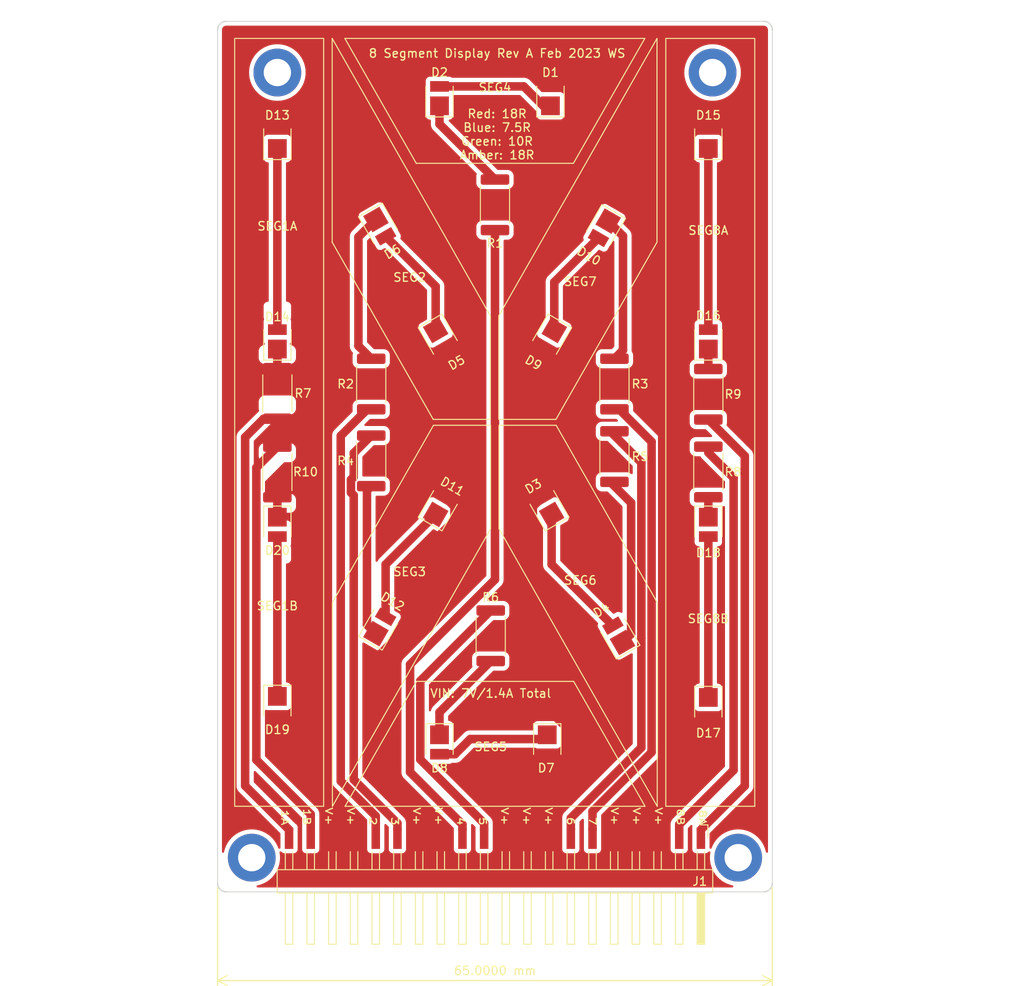
<source format=kicad_pcb>
(kicad_pcb (version 20211014) (generator pcbnew)
  (layers (0 "F.Cu" signal) (31 "B.Cu" signal) (34 "B.Paste" user) (35 "F.Paste" user) (36 "B.SilkS" user "B.Silkscreen") (37 "F.SilkS" user "F.Silkscreen") (38 "B.Mask" user) (39 "F.Mask" user) (44 "Edge.Cuts" user))
  (property "AUTHOR" "Winnie Szeto")
  (property "PROJECT_REVISION" "A01")
  (property "PROJECT_TITLE" "WS Template Project")
  (net 0 "")
  (net 1 "Net-(D1-Pad1)")
  (net 2 "VCC")
  (net 3 "Net-(D3-Pad1)")
  (net 4 "/SEGMENT_5")
  (net 5 "/SEGMENT_2")
  (net 6 "/SEGMENT_6")
  (net 7 "/SEGMENT_3")
  (net 8 "Net-(D11-Pad1)")
  (net 9 "/SEGMENT_7")
  (net 10 "/SEGMENT_8A")
  (net 11 "Net-(D17-Pad1)")
  (net 12 "/SEGMENT_8B")
  (net 13 "/SEGMENT_1A")
  (net 14 "/SEGMENT_1B")
  (net 15 "Net-(D5-Pad1)")
  (net 16 "Net-(D7-Pad1)")
  (net 17 "Net-(D10-Pad2)")
  (net 18 "Net-(D13-Pad1)")
  (net 19 "Net-(D15-Pad1)")
  (net 20 "Net-(D19-Pad1)")
  (net 21 "Net-(J1-Pad1)")
  (net 22 "Net-(J1-Pad16)")
  (net 23 "Net-(J1-Pad12)")
  (net 24 "Net-(J1-Pad15)")
  (net 25 "Net-(J1-Pad11)")
  (net 26 "Net-(J1-Pad2)")
  (net 27 "Net-(J1-Pad19)")
  (net 28 "Net-(J1-Pad6)")
  (net 29 "Net-(J1-Pad7)")
  (net 30 "Net-(J1-Pad20)")
  (net 31 "/SEGMENT_4")
  (footprint "LED_SMD:LED_PLCC_2835" (layer "F.Cu") (at 131.5 96.5 90)
    (fp_text reference "D16" (at 3 0 180) (layer "F.SilkS"))
    (fp_text value "LED")
    (fp_line (start 1.4 1.6) (end -2.2 1.6) (layer "F.SilkS") (width 0.12))
    (fp_line (start -2.2 -1.6) (end -2.2 1.6) (layer "F.SilkS") (width 0.12))
    (fp_line (start 1.4 -1.6) (end -2.2 -1.6) (layer "F.SilkS") (width 0.12))
    (pad "1" smd rect (at -0.9 0 90) (size 2.2 2.2) (layers "F.Cu" "F.Paste" "F.Mask") (net 10 "/SEGMENT_8A"))
    (pad "2" smd rect (at 1.375 0 90) (size 1.25 2.2) (layers "F.Cu" "F.Paste" "F.Mask") (net 19 "Net-(D15-Pad1)"))
  )
  (footprint "LED_SMD:LED_PLCC_2835" (layer "F.Cu") (at 131.5 73 90)
    (fp_text reference "D15" (at 3 0 180) (layer "F.SilkS"))
    (fp_text value "LED")
    (fp_line (start 1.4 -1.6) (end -2.2 -1.6) (layer "F.SilkS") (width 0.12))
    (fp_line (start 1.4 1.6) (end -2.2 1.6) (layer "F.SilkS") (width 0.12))
    (fp_line (start -2.2 -1.6) (end -2.2 1.6) (layer "F.SilkS") (width 0.12))
    (pad "1" smd rect (at -0.9 0 90) (size 2.2 2.2) (layers "F.Cu" "F.Paste" "F.Mask") (net 19 "Net-(D15-Pad1)"))
    (pad "2" smd rect (at 1.375 0 90) (size 1.25 2.2) (layers "F.Cu" "F.Paste" "F.Mask") (net 2 "VCC"))
  )
  (footprint "LED_SMD:LED_PLCC_2835" (layer "F.Cu") (at 131.5 139.125 -90)
    (fp_text reference "D17" (at 3.275 0 180) (layer "F.SilkS"))
    (fp_text value "LED")
    (fp_line (start 1.4 1.6) (end -2.2 1.6) (layer "F.SilkS") (width 0.12))
    (fp_line (start -2.2 -1.6) (end -2.2 1.6) (layer "F.SilkS") (width 0.12))
    (fp_line (start 1.4 -1.6) (end -2.2 -1.6) (layer "F.SilkS") (width 0.12))
    (pad "1" smd rect (at -0.9 0 270) (size 2.2 2.2) (layers "F.Cu" "F.Paste" "F.Mask") (net 11 "Net-(D17-Pad1)"))
    (pad "2" smd rect (at 1.375 0 270) (size 1.25 2.2) (layers "F.Cu" "F.Paste" "F.Mask") (net 2 "VCC"))
  )
  (footprint "LED_SMD:LED_PLCC_2835" (layer "F.Cu") (at 112.6875 116 120)
    (fp_text reference "D3" (at 3.008814 -0.211418 30 unlocked) (layer "F.SilkS"))
    (fp_text value "LED")
    (fp_line (start 1.4 1.6) (end -2.2 1.6) (layer "F.SilkS") (width 0.12))
    (fp_line (start 1.4 -1.6) (end -2.2 -1.6) (layer "F.SilkS") (width 0.12))
    (fp_line (start -2.2 -1.6) (end -2.2 1.6) (layer "F.SilkS") (width 0.12))
    (pad "1" smd rect (at -0.9 0 120) (size 2.2 2.2) (layers "F.Cu" "F.Paste" "F.Mask") (net 3 "Net-(D3-Pad1)"))
    (pad "2" smd rect (at 1.375 0 120) (size 1.25 2.2) (layers "F.Cu" "F.Paste" "F.Mask") (net 2 "VCC"))
  )
  (footprint "Resistor_SMD:R_2512_6332Metric" (layer "F.Cu") (at 92 110.5 -90)
    (fp_text reference "R4" (at 0 3 180) (layer "F.SilkS"))
    (fp_text value "Rs")
    (fp_line (start -2.177064 1.71) (end 2.177064 1.71) (layer "F.SilkS") (width 0.12))
    (fp_line (start -2.177064 -1.71) (end 2.177064 -1.71) (layer "F.SilkS") (width 0.12))
    (pad "1" smd roundrect (at -2.9625 0 270) (size 1.225 3.35) (layers "F.Cu" "F.Paste" "F.Mask") (roundrect_rratio 0.2040816327) (net 24 "Net-(J1-Pad15)"))
    (pad "2" smd roundrect (at 2.9625 0 270) (size 1.225 3.35) (layers "F.Cu" "F.Paste" "F.Mask") (roundrect_rratio 0.2040816327) (net 7 "/SEGMENT_3"))
  )
  (footprint "LED_SMD:LED_PLCC_2835" (layer "F.Cu") (at 93 83 -60)
    (fp_text reference "D6" (at 3.348076 0.200962 30 unlocked) (layer "F.SilkS"))
    (fp_text value "LED")
    (fp_line (start -2.2 -1.6) (end -2.2 1.6) (layer "F.SilkS") (width 0.12))
    (fp_line (start 1.4 -1.6) (end -2.2 -1.6) (layer "F.SilkS") (width 0.12))
    (fp_line (start 1.4 1.6) (end -2.2 1.6) (layer "F.SilkS") (width 0.12))
    (pad "1" smd rect (at -0.9 0 300) (size 2.2 2.2) (layers "F.Cu" "F.Paste" "F.Mask") (net 5 "/SEGMENT_2"))
    (pad "2" smd rect (at 1.375 0 300) (size 1.25 2.2) (layers "F.Cu" "F.Paste" "F.Mask") (net 15 "Net-(D5-Pad1)"))
  )
  (footprint "Resistor_SMD:R_2512_6332Metric" (layer "F.Cu") (at 106 131 -90)
    (fp_text reference "R6" (at -4.5 0 180) (layer "F.SilkS"))
    (fp_text value "Rs")
    (fp_line (start -2.177064 -1.71) (end 2.177064 -1.71) (layer "F.SilkS") (width 0.12))
    (fp_line (start -2.177064 1.71) (end 2.177064 1.71) (layer "F.SilkS") (width 0.12))
    (pad "1" smd roundrect (at -2.9625 0 270) (size 1.225 3.35) (layers "F.Cu" "F.Paste" "F.Mask") (roundrect_rratio 0.2040816327) (net 25 "Net-(J1-Pad11)"))
    (pad "2" smd roundrect (at 2.9625 0 270) (size 1.225 3.35) (layers "F.Cu" "F.Paste" "F.Mask") (roundrect_rratio 0.2040816327) (net 4 "/SEGMENT_5"))
  )
  (footprint "Resistor_SMD:R_2512_6332Metric" (layer "F.Cu") (at 131.5 102.7 90)
    (fp_text reference "R9" (at 0 2.9 180) (layer "F.SilkS"))
    (fp_text value "Rs")
    (fp_line (start -2.177064 1.71) (end 2.177064 1.71) (layer "F.SilkS") (width 0.12))
    (fp_line (start -2.177064 -1.71) (end 2.177064 -1.71) (layer "F.SilkS") (width 0.12))
    (pad "1" smd roundrect (at -2.9625 0 90) (size 1.225 3.35) (layers "F.Cu" "F.Paste" "F.Mask") (roundrect_rratio 0.2040816327) (net 21 "Net-(J1-Pad1)"))
    (pad "2" smd roundrect (at 2.9625 0 90) (size 1.225 3.35) (layers "F.Cu" "F.Paste" "F.Mask") (roundrect_rratio 0.2040816327) (net 10 "/SEGMENT_8A"))
  )
  (footprint "LED_SMD:LED_PLCC_2835" (layer "F.Cu") (at 119.3125 83.190785 -120)
    (fp_text reference "D10" (at 3.772114 -0.084936 -30 unlocked) (layer "F.SilkS"))
    (fp_text value "LED")
    (fp_line (start -2.2 -1.6) (end -2.2 1.6) (layer "F.SilkS") (width 0.12))
    (fp_line (start 1.4 -1.6) (end -2.2 -1.6) (layer "F.SilkS") (width 0.12))
    (fp_line (start 1.4 1.6) (end -2.2 1.6) (layer "F.SilkS") (width 0.12))
    (pad "1" smd rect (at -0.9 0 240) (size 2.2 2.2) (layers "F.Cu" "F.Paste" "F.Mask") (net 9 "/SEGMENT_7"))
    (pad "2" smd rect (at 1.375 0 240) (size 1.25 2.2) (layers "F.Cu" "F.Paste" "F.Mask") (net 17 "Net-(D10-Pad2)"))
  )
  (footprint "Resistor_SMD:R_2512_6332Metric" (layer "F.Cu") (at 92 101.5 90)
    (fp_text reference "R2" (at 0 -3) (layer "F.SilkS"))
    (fp_text value "Rs")
    (fp_line (start -2.177064 -1.71) (end 2.177064 -1.71) (layer "F.SilkS") (width 0.12))
    (fp_line (start -2.177064 1.71) (end 2.177064 1.71) (layer "F.SilkS") (width 0.12))
    (pad "1" smd roundrect (at -2.9625 0 90) (size 1.225 3.35) (layers "F.Cu" "F.Paste" "F.Mask") (roundrect_rratio 0.2040816327) (net 22 "Net-(J1-Pad16)"))
    (pad "2" smd roundrect (at 2.9625 0 90) (size 1.225 3.35) (layers "F.Cu" "F.Paste" "F.Mask") (roundrect_rratio 0.2040816327) (net 5 "/SEGMENT_2"))
  )
  (footprint "LED_SMD:LED_PLCC_2835" (layer "F.Cu") (at 81 96.5 90)
    (fp_text reference "D14" (at 2.875 0 180) (layer "F.SilkS"))
    (fp_text value "LED")
    (fp_line (start 1.4 1.6) (end -2.2 1.6) (layer "F.SilkS") (width 0.12))
    (fp_line (start 1.4 -1.6) (end -2.2 -1.6) (layer "F.SilkS") (width 0.12))
    (fp_line (start -2.2 -1.6) (end -2.2 1.6) (layer "F.SilkS") (width 0.12))
    (pad "1" smd rect (at -0.9 0 90) (size 2.2 2.2) (layers "F.Cu" "F.Paste" "F.Mask") (net 13 "/SEGMENT_1A"))
    (pad "2" smd rect (at 1.375 0 90) (size 1.25 2.2) (layers "F.Cu" "F.Paste" "F.Mask") (net 18 "Net-(D13-Pad1)"))
  )
  (footprint "Resistor_SMD:R_2512_6332Metric" (layer "F.Cu") (at 131.5 111.8 -90)
    (fp_text reference "R8" (at 0 -2.9 180) (layer "F.SilkS"))
    (fp_text value "Rs")
    (fp_line (start -2.177064 1.71) (end 2.177064 1.71) (layer "F.SilkS") (width 0.12))
    (fp_line (start -2.177064 -1.71) (end 2.177064 -1.71) (layer "F.SilkS") (width 0.12))
    (pad "1" smd roundrect (at -2.9625 0 270) (size 1.225 3.35) (layers "F.Cu" "F.Paste" "F.Mask") (roundrect_rratio 0.2040816327) (net 26 "Net-(J1-Pad2)"))
    (pad "2" smd roundrect (at 2.9625 0 270) (size 1.225 3.35) (layers "F.Cu" "F.Paste" "F.Mask") (roundrect_rratio 0.2040816327) (net 12 "/SEGMENT_8B"))
  )
  (footprint "LED_SMD:LED_PLCC_2835" (layer "F.Cu") (at 112.625 143.5 -90)
    (fp_text reference "D7" (at 3 0.125 180) (layer "F.SilkS"))
    (fp_text value "LED")
    (fp_line (start 1.4 1.6) (end -2.2 1.6) (layer "F.SilkS") (width 0.12))
    (fp_line (start 1.4 -1.6) (end -2.2 -1.6) (layer "F.SilkS") (width 0.12))
    (fp_line (start -2.2 -1.6) (end -2.2 1.6) (layer "F.SilkS") (width 0.12))
    (pad "1" smd rect (at -0.9 0 270) (size 2.2 2.2) (layers "F.Cu" "F.Paste" "F.Mask") (net 16 "Net-(D7-Pad1)"))
    (pad "2" smd rect (at 1.375 0 270) (size 1.25 2.2) (layers "F.Cu" "F.Paste" "F.Mask") (net 2 "VCC"))
  )
  (footprint "LED_SMD:LED_PLCC_2835" (layer "F.Cu") (at 100 68 90)
    (fp_text reference "D2" (at 3 0 180) (layer "F.SilkS"))
    (fp_text value "LED")
    (fp_line (start -2.2 -1.6) (end -2.2 1.6) (layer "F.SilkS") (width 0.12))
    (fp_line (start 1.4 -1.6) (end -2.2 -1.6) (layer "F.SilkS") (width 0.12))
    (fp_line (start 1.4 1.6) (end -2.2 1.6) (layer "F.SilkS") (width 0.12))
    (pad "1" smd rect (at -0.9 0 90) (size 2.2 2.2) (layers "F.Cu" "F.Paste" "F.Mask") (net 31 "/SEGMENT_4"))
    (pad "2" smd rect (at 1.375 0 90) (size 1.25 2.2) (layers "F.Cu" "F.Paste" "F.Mask") (net 1 "Net-(D1-Pad1)"))
  )
  (footprint "LED_SMD:LED_PLCC_2835" (layer "F.Cu") (at 113 68 90)
    (fp_text reference "D1" (at 3 0 180) (layer "F.SilkS"))
    (fp_text value "LED")
    (fp_line (start -2.2 -1.6) (end -2.2 1.6) (layer "F.SilkS") (width 0.12))
    (fp_line (start 1.4 1.6) (end -2.2 1.6) (layer "F.SilkS") (width 0.12))
    (fp_line (start 1.4 -1.6) (end -2.2 -1.6) (layer "F.SilkS") (width 0.12))
    (pad "1" smd rect (at -0.9 0 90) (size 2.2 2.2) (layers "F.Cu" "F.Paste" "F.Mask") (net 1 "Net-(D1-Pad1)"))
    (pad "2" smd rect (at 1.375 0 90) (size 1.25 2.2) (layers "F.Cu" "F.Paste" "F.Mask") (net 2 "VCC"))
  )
  (footprint "LED_SMD:LED_PLCC_2835" (layer "F.Cu") (at 100 143.5 -90)
    (fp_text reference "D8" (at 3 0 180) (layer "F.SilkS"))
    (fp_text value "LED")
    (fp_line (start -2.2 -1.6) (end -2.2 1.6) (layer "F.SilkS") (width 0.12))
    (fp_line (start 1.4 -1.6) (end -2.2 -1.6) (layer "F.SilkS") (width 0.12))
    (fp_line (start 1.4 1.6) (end -2.2 1.6) (layer "F.SilkS") (width 0.12))
    (pad "1" smd rect (at -0.9 0 270) (size 2.2 2.2) (layers "F.Cu" "F.Paste" "F.Mask") (net 4 "/SEGMENT_5"))
    (pad "2" smd rect (at 1.375 0 270) (size 1.25 2.2) (layers "F.Cu" "F.Paste" "F.Mask") (net 16 "Net-(D7-Pad1)"))
  )
  (footprint "Connector_Harwin:Harwin_M20-89020xx_1x20_P2.54mm_Horizontal" (layer "F.Cu") (at 106.5 160.25 -90)
    (fp_text reference "J1" (at -0.475 -24) (layer "F.SilkS"))
    (fp_text value "Conn_01x20_Male")
    (fp_line (start -3.955 24.57) (end -1.845 24.57) (layer "F.SilkS") (width 0.12))
    (fp_line (start 0.895 25.52) (end -1.845 25.52) (layer "F.SilkS") (width 0.12))
    (fp_line (start 0.895 21.15) (end 6.895 21.15) (layer "F.SilkS") (width 0.12))
    (fp_line (start -3.955 -24.57) (end -1.845 -24.57) (layer "F.SilkS") (width 0.12))
    (fp_line (start -3.955 1.71) (end -1.845 1.71) (layer "F.SilkS") (width 0.12))
    (fp_line (start -3.955 -18.61) (end -1.845 -18.61) (layer "F.SilkS") (width 0.12))
    (fp_line (start 6.895 6.79) (end 0.895 6.79) (layer "F.SilkS") (width 0.12))
    (fp_line (start 6.895 9.33) (end 0.895 9.33) (layer "F.SilkS") (width 0.12))
    (fp_line (start 0.895 23.69) (end 6.895 23.69) (layer "F.SilkS") (width 0.12))
    (fp_line (start 6.895 -3.37) (end 0.895 -3.37) (layer "F.SilkS") (width 0.12))
    (fp_line (start -3.955 -19.49) (end -1.845 -19.49) (layer "F.SilkS") (width 0.12))
    (fp_line (start 6.895 -10.99) (end 0.895 -10.99) (layer "F.SilkS") (width 0.12))
    (fp_line (start 6.895 4.25) (end 0.895 4.25) (layer "F.SilkS") (width 0.12))
    (fp_line (start -3.955 -8.45) (end -1.845 -8.45) (layer "F.SilkS") (width 0.12))
    (fp_line (start 6.895 -16.07) (end 0.895 -16.07) (layer "F.SilkS") (width 0.12))
    (fp_line (start 0.895 -6.79) (end 6.895 -6.79) (layer "F.SilkS") (width 0.12))
    (fp_line (start 6.895 10.99) (end 6.895 11.87) (layer "F.SilkS") (width 0.12))
    (fp_line (start 6.895 -4.25) (end 6.895 -3.37) (layer "F.SilkS") (width 0.12))
    (fp_line (start 0.895 -16.95) (end 6.895 -16.95) (layer "F.SilkS") (width 0.12))
    (fp_line (start 0.895 -9.33) (end 6.895 -9.33) (layer "F.SilkS") (width 0.12))
    (fp_line (start -3.955 21.15) (end -1.845 21.15) (layer "F.SilkS") (width 0.12))
    (fp_line (start -3.955 10.99) (end -1.845 10.99) (layer "F.SilkS") (width 0.12))
    (fp_line (start -3.955 19.49) (end -1.845 19.49) (layer "F.SilkS") (width 0.12))
    (fp_line (start 0.895 0.83) (end 6.895 0.83) (layer "F.SilkS") (width 0.12))
    (fp_line (start -3.955 -9.33) (end -1.845 -9.33) (layer "F.SilkS") (width 0.12))
    (fp_line (start 6.895 23.69) (end 6.895 24.57) (layer "F.SilkS") (width 0.12))
    (fp_line (start -1.845 -25.52) (end 0.895 -25.52) (layer "F.SilkS") (width 0.12))
    (fp_line (start 6.895 5.91) (end 6.895 6.79) (layer "F.SilkS") (width 0.12))
    (fp_line (start 6.895 -0.83) (end 0.895 -0.83) (layer "F.SilkS") (width 0.12))
    (fp_line (start 0.895 -1.71) (end 6.895 -1.71) (layer "F.SilkS") (width 0.12))
    (fp_line (start -3.955 -16.07) (end -1.845 -16.07) (layer "F.SilkS") (width 0.12))
    (fp_line (start 6.895 -21.15) (end 0.895 -21.15) (layer "F.SilkS") (width 0.12))
    (fp_line (start -3.955 5.91) (end -1.845 5.91) (layer "F.SilkS") (width 0.12))
    (fp_line (start 6.895 3.37) (end 6.895 4.25) (layer "F.SilkS") (width 0.12))
    (fp_line (start 0.895 3.37) (end 6.895 3.37) (layer "F.SilkS") (width 0.12))
    (fp_line (start 6.895 16.07) (end 6.895 16.95) (layer "F.SilkS") (width 0.12))
    (fp_line (start 6.895 -13.53) (end 0.895 -13.53) (layer "F.SilkS") (width 0.12))
    (fp_line (start -3.955 -3.37) (end -1.845 -3.37) (layer "F.SilkS") (width 0.12))
    (fp_line (start 6.895 -18.61) (end 0.895 -18.61) (layer "F.SilkS") (width 0.12))
    (fp_line (start 0.895 -14.41) (end 6.895 -14.41) (layer "F.SilkS") (width 0.12))
    (fp_line (start 6.895 -22.03) (end 6.895 -21.15) (layer "F.SilkS") (width 0.12))
    (fp_line (start 0.895 18.61) (end 6.895 18.61) (layer "F.SilkS") (width 0.12))
    (fp_line (start 6.895 -1.71) (end 6.895 -0.83) (layer "F.SilkS") (width 0.12))
    (fp_line (start 0.895 -11.87) (end 6.895 -11.87) (layer "F.SilkS") (width 0.12))
    (fp_line (start -3.955 -1.71) (end -1.845 -1.71) (layer "F.SilkS") (width 0.12))
    (fp_line (start -3.955 8.45) (end -1.845 8.45) (layer "F.SilkS") (width 0.12))
    (fp_line (start -3.955 0.83) (end -1.845 0.83) (layer "F.SilkS") (width 0.12))
    (fp_line (start 6.895 24.57) (end 0.895 24.57) (layer "F.SilkS") (width 0.12))
    (fp_line (start -3.955 -14.41) (end -1.845 -14.41) (layer "F.SilkS") (width 0.12))
    (fp_line (start -3.955 3.37) (end -1.845 3.37) (layer "F.SilkS") (width 0.12))
    (fp_line (start -3.955 18.61) (end -1.845 18.61) (layer "F.SilkS") (width 0.12))
    (fp_line (start -3.955 16.07) (end -1.845 16.07) (layer "F.SilkS") (width 0.12))
    (fp_line (start 0.895 -22.03) (end 6.895 -22.03) (layer "F.SilkS") (width 0.12))
    (fp_line (start 6.895 -8.45) (end 0.895 -8.45) (layer "F.SilkS") (width 0.12))
    (fp_line (start -3.955 -6.79) (end -1.845 -6.79) (layer "F.SilkS") (width 0.12))
    (fp_line (start -3.955 13.53) (end -1.845 13.53) (layer "F.SilkS") (width 0.12))
    (fp_line (start 6.895 -19.49) (end 6.895 -18.61) (layer "F.SilkS") (width 0.12))
    (fp_line (start -3.955 23.69) (end -1.845 23.69) (layer "F.SilkS") (width 0.12))
    (fp_line (start -3.955 4.25) (end -1.845 4.25) (layer "F.SilkS") (width 0.12))
    (fp_line (start -3.955 -0.83) (end -1.845 -0.83) (layer "F.SilkS") (width 0.12))
    (fp_line (start -3.955 6.79) (end -1.845 6.79) (layer "F.SilkS") (width 0.12))
    (fp_line (start -3.955 -21.15) (end -1.845 -21.15) (layer "F.SilkS") (width 0.12))
    (fp_line (start -7.095 -24.95) (end -5.525 -24.95) (layer "F.SilkS") (width 0.12))
    (fp_line (start 6.895 16.95) (end 0.895 16.95) (layer "F.SilkS") (width 0.12))
    (fp_line (start 6.895 -16.95) (end 6.895 -16.07) (layer "F.SilkS") (width 0.12))
    (fp_line (start 6.895 0.83) (end 6.895 1.71) (layer "F.SilkS") (width 0.12))
    (fp_line (start 0.895 13.53) (end 6.895 13.53) (layer "F.SilkS") (width 0.12))
    (fp_line (start -7.095 -24.13) (end -7.095 -24.95) (layer "F.SilkS") (width 0.12))
    (fp_line (start -3.955 11.87) (end -1.845 11.87) (layer "F.SilkS") (width 0.12))
    (fp_line (start 6.895 22.03) (end 0.895 22.03) (layer "F.SilkS") (width 0.12))
    (fp_line (start 6.895 19.49) (end 0.895 19.49) (layer "F.SilkS") (width 0.12))
    (fp_line (start 6.895 1.71) (end 0.895 1.71) (layer "F.SilkS") (width 0.12))
    (fp_line (start 0.895 10.99) (end 6.895 10.99) (layer "F.SilkS") (width 0.12))
    (fp_line (start 6.895 13.53) (end 6.895 14.41) (layer "F.SilkS") (width 0.12))
    (fp_line (start 6.895 -23.69) (end 0.895 -23.69) (layer "F.SilkS") (width 0.12))
    (fp_line (start 0.895 -19.49) (end 6.895 -19.49) (layer "F.SilkS") (width 0.12))
    (fp_line (start 0.895 8.45) (end 6.895 8.45) (layer "F.SilkS") (width 0.12))
    (fp_line (start -3.955 -5.91) (end -1.845 -5.91) (layer "F.SilkS") (width 0.12))
    (fp_line (start -3.955 9.33) (end -1.845 9.33) (layer "F.SilkS") (width 0.12))
    (fp_line (start 0.895 16.07) (end 6.895 16.07) (layer "F.SilkS") (width 0.12))
    (fp_line (start 6.895 11.87) (end 0.895 11.87) (layer "F.SilkS") (width 0.12))
    (fp_line (start -3.955 -11.87) (end -1.845 -11.87) (layer "F.SilkS") (width 0.12))
    (fp_line (start 6.895 -11.87) (end 6.895 -10.99) (layer "F.SilkS") (width 0.12))
    (fp_line (start -3.955 22.03) (end -1.845 22.03) (layer "F.SilkS") (width 0.12))
    (fp_line (start 6.895 21.15) (end 6.895 22.03) (layer "F.SilkS") (width 0.12))
    (fp_line (start 6.895 8.45) (end 6.895 9.33) (layer "F.SilkS") (width 0.12))
    (fp_line (start 0.895 5.91) (end 6.895 5.91) (layer "F.SilkS") (width 0.12))
    (fp_line (start 0.895 -25.52) (end 0.895 25.52) (layer "F.SilkS") (width 0.12))
    (fp_line (start -3.955 -22.03) (end -1.845 -22.03) (layer "F.SilkS") (width 0.12))
    (fp_line (start -1.845 25.52) (end -1.845 -25.52) (layer "F.SilkS") (width 0.12))
    (fp_line (start -3.955 -13.53) (end -1.845 -13.53) (layer "F.SilkS") (width 0.12))
    (fp_line (start -3.955 14.41) (end -1.845 14.41) (layer "F.SilkS") (width 0.12))
    (fp_line (start 6.895 -5.91) (end 0.895 -5.91) (layer "F.SilkS") (width 0.12))
    (fp_line (start 0.895 -24.57) (end 6.895 -24.57) (layer "F.SilkS") (width 0.12))
    (fp_line (start 6.895 14.41) (end 0.895 14.41) (layer "F.SilkS") (width 0.12))
    (fp_line (start -3.955 -4.25) (end -1.845 -4.25) (layer "F.SilkS") (width 0.12))
    (fp_line (start 6.895 -14.41) (end 6.895 -13.53) (layer "F.SilkS") (width 0.12))
    (fp_line (start 6.895 18.61) (end 6.895 19.49) (layer "F.SilkS") (width 0.12))
    (fp_line (start 6.895 -24.57) (end 6.895 -23.69) (layer "F.SilkS") (width 0.12))
    (fp_line (start -3.955 -10.99) (end -1.845 -10.99) (layer "F.SilkS") (width 0.12))
    (fp_line (start -3.955 -23.69) (end -1.845 -23.69) (layer "F.SilkS") (width 0.12))
    (fp_line (start -3.955 -16.95) (end -1.845 -16.95) (layer "F.SilkS") (width 0.12))
    (fp_line (start 0.895 -4.25) (end 6.895 -4.25) (layer "F.SilkS") (width 0.12))
    (fp_line (start -3.955 16.95) (end -1.845 16.95) (layer "F.SilkS") (width 0.12))
    (fp_line (start 6.895 -6.79) (end 6.895 -5.91) (layer "F.SilkS") (width 0.12))
    (fp_line (start 6.895 -9.33) (end 6.895 -8.45) (layer "F.SilkS") (width 0.12))
    (pad "" smd rect (at 3.895 -24.13 270) (size 6 0.76) (layers "F.SilkS"))
    (pad "1" smd rect (at -5.525 -24.13 270) (size 2.5 1) (layers "F.Cu" "F.Paste" "F.Mask") (net 21 "Net-(J1-Pad1)"))
    (pad "2" smd rect (at -5.525 -21.59 270) (size 2.5 1) (layers "F.Cu" "F.Paste" "F.Mask") (net 26 "Net-(J1-Pad2)"))
    (pad "3" smd rect (at -5.525 -19.05 270) (size 2.5 1) (layers "F.Cu" "F.Paste" "F.Mask") (net 2 "VCC"))
    (pad "4" smd rect (at -5.525 -16.51 270) (size 2.5 1) (layers "F.Cu" "F.Paste" "F.Mask") (net 2 "VCC"))
    (pad "5" smd rect (at -5.525 -13.97 270) (size 2.5 1) (layers "F.Cu" "F.Paste" "F.Mask") (net 2 "VCC"))
    (pad "6" smd rect (at -5.525 -11.43 270) (size 2.5 1) (layers "F.Cu" "F.Paste" "F.Mask") (net 28 "Net-(J1-Pad6)"))
    (pad "7" smd rect (at -5.525 -8.89 270) (size 2.5 1) (layers "F.Cu" "F.Paste" "F.Mask") (net 29 "Net-(J1-Pad7)"))
    (pad "8" smd rect (at -5.525 -6.35 270) (size 2.5 1) (layers "F.Cu" "F.Paste" "F.Mask") (net 2 "VCC"))
    (pad "9" smd rect (at -5.525 -3.81 270) (size 2.5 1) (layers "F.Cu" "F.Paste" "F.Mask") (net 2 "VCC"))
    (pad "10" smd rect (at -5.525 -1.27 270) (size 2.5 1) (layers "F.Cu" "F.Paste" "F.Mask") (net 2 "VCC"))
    (pad "11" smd rect (at -5.525 1.27 270) (size 2.5 1) (layers "F.Cu" "F.Paste" "F.Mask") (net 25 "Net-(J1-Pad11)"))
    (pad "12" smd rect (at -5.525 3.81 270) (size 2.5 1) (layers "F.Cu" "F.Paste" "F.Mask") (net 23 "Net-(J1-Pad12)"))
    (pad "13" smd rect (at -5.525 6.35 270) (size 2.5 1) (layers "F.Cu" "F.Paste" "F.Mask") (net 2 "VCC"))
    (pad "14" smd rect (at -5.525 8.89 270) (size 2.5 1) (layers "F.Cu" "F.Paste" "F.Mask") (net 2 "VCC"))
    (pad "15" smd rect (at -5.525 11.43 270) (size 2.5 1) (layers "F.Cu" "F.Paste" "F.Mask") (net 24 "Net-(J1-Pad15)"))
    (pad "16" smd rect (at -5.525 13.97 270) (size 2.5 1) (layers "F.Cu" "F.Paste" "F.Mask") (net 22 "Net-(J1-Pad16)"))
    (pad "17" smd rect (at -5.525 16.51 270) (size 2.5 1) (layers "F.Cu" "F.Paste" "F.Mask") (net 2 "VCC"))
    (pad "18" smd rect (at -5.525 19.05 270) (size 2.5 1) (layers "F.Cu" "F.Paste" "F.Mask") (net 2 "VCC"))
    (pad "19" smd rect (at -5.525 21.59 270) (size 2.5 1) (layers "F.Cu" "F.Paste" "F.Mask") (net 27 "Net-(J1-Pad19)"))
    (pad "20" smd rect (at -5.525 24.13 270) (size 2.5 1) (layers "F.Cu" "F.Paste" "F.Mask") (net 30 "Net-(J1-Pad20)"))
  )
  (footprint "Resistor_SMD:R_2512_6332Metric" (layer "F.Cu") (at 81 111.8 -90)
    (fp_text reference "R10" (at 0 -3.3) (layer "F.SilkS"))
    (fp_text value "Rs")
    (fp_line (start -2.177064 1.71) (end 2.177064 1.71) (layer "F.SilkS") (width 0.12))
    (fp_line (start -2.177064 -1.71) (end 2.177064 -1.71) (layer "F.SilkS") (width 0.12))
    (pad "1" smd roundrect (at -2.9625 0 270) (size 1.225 3.35) (layers "F.Cu" "F.Paste" "F.Mask") (roundrect_rratio 0.2040816327) (net 27 "Net-(J1-Pad19)"))
    (pad "2" smd roundrect (at 2.9625 0 270) (size 1.225 3.35) (layers "F.Cu" "F.Paste" "F.Mask") (roundrect_rratio 0.2040816327) (net 14 "/SEGMENT_1B"))
  )
  (footprint "LED_SMD:LED_PLCC_2835" (layer "F.Cu") (at 93 129.972272 60)
    (fp_text reference "D12" (at 3.324063 -0.187098 330 unlocked) (layer "F.SilkS"))
    (fp_text value "LED")
    (fp_line (start 1.4 1.6) (end -2.2 1.6) (layer "F.SilkS") (width 0.12))
    (fp_line (start -2.2 -1.6) (end -2.2 1.6) (layer "F.SilkS") (width 0.12))
    (fp_line (start 1.4 -1.6) (end -2.2 -1.6) (layer "F.SilkS") (width 0.12))
    (pad "1" smd rect (at -0.9 0 60) (size 2.2 2.2) (layers "F.Cu" "F.Paste" "F.Mask") (net 7 "/SEGMENT_3"))
    (pad "2" smd rect (at 1.375 0 60) (size 1.25 2.2) (layers "F.Cu" "F.Paste" "F.Mask") (net 8 "Net-(D11-Pad1)"))
  )
  (footprint "MountingHole:MountingHole_3.2mm_M3_DIN965_Pad" (layer "F.Cu") (at 135 157)
    (fp_text reference "H2" hide)
    (fp_text value "MountingHole")
    (pad "1" thru_hole circle (at 0 0) (size 5.6 5.6) (drill 3.2) (layers *.Cu *.Mask))
  )
  (footprint "MountingHole:MountingHole_3.2mm_M3_DIN965_Pad" (layer "F.Cu") (at 78 157)
    (fp_text reference "H3" hide)
    (fp_text value "MountingHole")
    (pad "1" thru_hole circle (at 0 0) (size 5.6 5.6) (drill 3.2) (layers *.Cu *.Mask))
  )
  (footprint "Resistor_SMD:R_2512_6332Metric" (layer "F.Cu") (at 120.5 110 -90)
    (fp_text reference "R5" (at 0 -3 180) (layer "F.SilkS"))
    (fp_text value "Rs")
    (fp_line (start -2.177064 1.71) (end 2.177064 1.71) (layer "F.SilkS") (width 0.12))
    (fp_line (start -2.177064 -1.71) (end 2.177064 -1.71) (layer "F.SilkS") (width 0.12))
    (pad "1" smd roundrect (at -2.9625 0 270) (size 1.225 3.35) (layers "F.Cu" "F.Paste" "F.Mask") (roundrect_rratio 0.2040816327) (net 29 "Net-(J1-Pad7)"))
    (pad "2" smd roundrect (at 2.9625 0 270) (size 1.225 3.35) (layers "F.Cu" "F.Paste" "F.Mask") (roundrect_rratio 0.2040816327) (net 6 "/SEGMENT_6"))
  )
  (footprint "Resistor_SMD:R_2512_6332Metric" (layer "F.Cu") (at 120.5 101.5 90)
    (fp_text reference "R3" (at 0 3 180) (layer "F.SilkS"))
    (fp_text value "Rs")
    (fp_line (start -2.177064 -1.71) (end 2.177064 -1.71) (layer "F.SilkS") (width 0.12))
    (fp_line (start -2.177064 1.71) (end 2.177064 1.71) (layer "F.SilkS") (width 0.12))
    (pad "1" smd roundrect (at -2.9625 0 90) (size 1.225 3.35) (layers "F.Cu" "F.Paste" "F.Mask") (roundrect_rratio 0.2040816327) (net 28 "Net-(J1-Pad6)"))
    (pad "2" smd roundrect (at 2.9625 0 90) (size 1.225 3.35) (layers "F.Cu" "F.Paste" "F.Mask") (roundrect_rratio 0.2040816327) (net 9 "/SEGMENT_7"))
  )
  (footprint "LED_SMD:LED_PLCC_2835" (layer "F.Cu") (at 100 96 -60)
    (fp_text reference "D5" (at 3.598076 -0.232051 30 unlocked) (layer "F.SilkS"))
    (fp_text value "LED")
    (fp_line (start 1.4 1.6) (end -2.2 1.6) (layer "F.SilkS") (width 0.12))
    (fp_line (start -2.2 -1.6) (end -2.2 1.6) (layer "F.SilkS") (width 0.12))
    (fp_line (start 1.4 -1.6) (end -2.2 -1.6) (layer "F.SilkS") (width 0.12))
    (pad "1" smd rect (at -0.9 0 300) (size 2.2 2.2) (layers "F.Cu" "F.Paste" "F.Mask") (net 15 "Net-(D5-Pad1)"))
    (pad "2" smd rect (at 1.375 0 300) (size 1.25 2.2) (layers "F.Cu" "F.Paste" "F.Mask") (net 2 "VCC"))
  )
  (footprint "MountingHole:MountingHole_3.2mm_M3_DIN965_Pad" (layer "F.Cu") (at 81 65)
    (fp_text reference "H1" hide)
    (fp_text value "MountingHole")
    (pad "1" thru_hole circle (at 0 0) (size 5.6 5.6) (drill 3.2) (layers *.Cu *.Mask))
  )
  (footprint "Resistor_SMD:R_2512_6332Metric" (layer "F.Cu") (at 106.5 80.5 90)
    (fp_text reference "R1" (at -4.5 0 180) (layer "F.SilkS"))
    (fp_text value "Rs")
    (fp_line (start -2.177064 1.71) (end 2.177064 1.71) (layer "F.SilkS") (width 0.12))
    (fp_line (start -2.177064 -1.71) (end 2.177064 -1.71) (layer "F.SilkS") (width 0.12))
    (pad "1" smd roundrect (at -2.9625 0 90) (size 1.225 3.35) (layers "F.Cu" "F.Paste" "F.Mask") (roundrect_rratio 0.2040816327) (net 23 "Net-(J1-Pad12)"))
    (pad "2" smd roundrect (at 2.9625 0 90) (size 1.225 3.35) (layers "F.Cu" "F.Paste" "F.Mask") (roundrect_rratio 0.2040816327) (net 31 "/SEGMENT_4"))
  )
  (footprint "LED_SMD:LED_PLCC_2835" (layer "F.Cu") (at 113 96 -120)
    (fp_text reference "D9" (at 3.598076 0.232051 -30 unlocked) (layer "F.SilkS"))
    (fp_text value "LED")
    (fp_line (start 1.4 -1.6) (end -2.2 -1.6) (layer "F.SilkS") (width 0.12))
    (fp_line (start 1.4 1.6) (end -2.2 1.6) (layer "F.SilkS") (width 0.12))
    (fp_line (start -2.2 -1.6) (end -2.2 1.6) (layer "F.SilkS") (width 0.12))
    (pad "1" smd rect (at -0.9 0 240) (size 2.2 2.2) (layers "F.Cu" "F.Paste" "F.Mask") (net 17 "Net-(D10-Pad2)"))
    (pad "2" smd rect (at 1.375 0 240) (size 1.25 2.2) (layers "F.Cu" "F.Paste" "F.Mask") (net 2 "VCC"))
  )
  (footprint "LED_SMD:LED_PLCC_2835" (layer "F.Cu") (at 100 116 60)
    (fp_text reference "D11" (at 2.915064 0.049038 330 unlocked) (layer "F.SilkS"))
    (fp_text value "LED")
    (fp_line (start 1.4 1.6) (end -2.2 1.6) (layer "F.SilkS") (width 0.12))
    (fp_line (start -2.2 -1.6) (end -2.2 1.6) (layer "F.SilkS") (width 0.12))
    (fp_line (start 1.4 -1.6) (end -2.2 -1.6) (layer "F.SilkS") (width 0.12))
    (pad "1" smd rect (at -0.9 0 60) (size 2.2 2.2) (layers "F.Cu" "F.Paste" "F.Mask") (net 8 "Net-(D11-Pad1)"))
    (pad "2" smd rect (at 1.375 0 60) (size 1.25 2.2) (layers "F.Cu" "F.Paste" "F.Mask") (net 2 "VCC"))
  )
  (footprint "MountingHole:MountingHole_3.2mm_M3_DIN965_Pad" (layer "F.Cu") (at 132 65)
    (fp_text reference "H4" hide)
    (fp_text value "MountingHole")
    (pad "1" thru_hole circle (at 0 0) (size 5.6 5.6) (drill 3.2) (layers *.Cu *.Mask))
  )
  (footprint "LED_SMD:LED_PLCC_2835" (layer "F.Cu") (at 81 118 -90)
    (fp_text reference "D20" (at 3 0) (layer "F.SilkS"))
    (fp_text value "LED")
    (fp_line (start 1.4 -1.6) (end -2.2 -1.6) (layer "F.SilkS") (width 0.12))
    (fp_line (start 1.4 1.6) (end -2.2 1.6) (layer "F.SilkS") (width 0.12))
    (fp_line (start -2.2 -1.6) (end -2.2 1.6) (layer "F.SilkS") (width 0.12))
    (pad "1" smd rect (at -0.9 0 270) (size 2.2 2.2) (layers "F.Cu" "F.Paste" "F.Mask") (net 14 "/SEGMENT_1B"))
    (pad "2" smd rect (at 1.375 0 270) (size 1.25 2.2) (layers "F.Cu" "F.Paste" "F.Mask") (net 20 "Net-(D19-Pad1)"))
  )
  (footprint "LED_SMD:LED_PLCC_2835" (layer "F.Cu") (at 81 73 90)
    (fp_text reference "D13" (at 3 0 180) (layer "F.SilkS"))
    (fp_text value "LED")
    (fp_line (start 1.4 1.6) (end -2.2 1.6) (layer "F.SilkS") (width 0.12))
    (fp_line (start 1.4 -1.6) (end -2.2 -1.6) (layer "F.SilkS") (width 0.12))
    (fp_line (start -2.2 -1.6) (end -2.2 1.6) (layer "F.SilkS") (width 0.12))
    (pad "1" smd rect (at -0.9 0 90) (size 2.2 2.2) (layers "F.Cu" "F.Paste" "F.Mask") (net 18 "Net-(D13-Pad1)"))
    (pad "2" smd rect (at 1.375 0 90) (size 1.25 2.2) (layers "F.Cu" "F.Paste" "F.Mask") (net 2 "VCC"))
  )
  (footprint "Resistor_SMD:R_2512_6332Metric" (layer "F.Cu") (at 81 102.6 90)
    (fp_text reference "R7" (at 0 3 180) (layer "F.SilkS"))
    (fp_text value "Rs")
    (fp_line (start -2.177064 -1.71) (end 2.177064 -1.71) (layer "F.SilkS") (width 0.12))
    (fp_line (start -2.177064 1.71) (end 2.177064 1.71) (layer "F.SilkS") (width 0.12))
    (pad "1" smd roundrect (at -2.9625 0 90) (size 1.225 3.35) (layers "F.Cu" "F.Paste" "F.Mask") (roundrect_rratio 0.2040816327) (net 30 "Net-(J1-Pad20)"))
    (pad "2" smd roundrect (at 2.9625 0 90) (size 1.225 3.35) (layers "F.Cu" "F.Paste" "F.Mask") (roundrect_rratio 0.2040816327) (net 13 "/SEGMENT_1A"))
  )
  (footprint "LED_SMD:LED_PLCC_2835" (layer "F.Cu") (at 121 131 120)
    (fp_text reference "D4" (at 3.598076 -0.232051 30 unlocked) (layer "F.SilkS"))
    (fp_text value "LED")
    (fp_line (start 1.4 -1.6) (end -2.2 -1.6) (layer "F.SilkS") (width 0.12))
    (fp_line (start 1.4 1.6) (end -2.2 1.6) (layer "F.SilkS") (width 0.12))
    (fp_line (start -2.2 -1.6) (end -2.2 1.6) (layer "F.SilkS") (width 0.12))
    (pad "1" smd rect (at -0.9 0 120) (size 2.2 2.2) (layers "F.Cu" "F.Paste" "F.Mask") (net 6 "/SEGMENT_6"))
    (pad "2" smd rect (at 1.375 0 120) (size 1.25 2.2) (layers "F.Cu" "F.Paste" "F.Mask") (net 3 "Net-(D3-Pad1)"))
  )
  (footprint "LED_SMD:LED_PLCC_2835" (layer "F.Cu") (at 131.5 118 -90)
    (fp_text reference "D18" (at 3.275 0 180) (layer "F.SilkS"))
    (fp_text value "LED")
    (fp_line (start 1.4 -1.6) (end -2.2 -1.6) (layer "F.SilkS") (width 0.12))
    (fp_line (start 1.4 1.6) (end -2.2 1.6) (layer "F.SilkS") (width 0.12))
    (fp_line (start -2.2 -1.6) (end -2.2 1.6) (layer "F.SilkS") (width 0.12))
    (pad "1" smd rect (at -0.9 0 270) (size 2.2 2.2) (layers "F.Cu" "F.Paste" "F.Mask") (net 12 "/SEGMENT_8B"))
    (pad "2" smd rect (at 1.375 0 270) (size 1.25 2.2) (layers "F.Cu" "F.Paste" "F.Mask") (net 11 "Net-(D17-Pad1)"))
  )
  (footprint "LED_SMD:LED_PLCC_2835" (layer "F.Cu") (at 81 139 -90)
    (fp_text reference "D19" (at 3 0 180) (layer "F.SilkS"))
    (fp_text value "LED")
    (fp_line (start 1.4 -1.6) (end -2.2 -1.6) (layer "F.SilkS") (width 0.12))
    (fp_line (start 1.4 1.6) (end -2.2 1.6) (layer "F.SilkS") (width 0.12))
    (fp_line (start -2.2 -1.6) (end -2.2 1.6) (layer "F.SilkS") (width 0.12))
    (pad "1" smd rect (at -0.9 0 270) (size 2.2 2.2) (layers "F.Cu" "F.Paste" "F.Mask") (net 20 "Net-(D19-Pad1)"))
    (pad "2" smd rect (at 1.375 0 270) (size 1.25 2.2) (layers "F.Cu" "F.Paste" "F.Mask") (net 2 "VCC"))
  )
  (gr_line (start 115.719898 136.341536) (end 97.302451 136.341536) (layer "F.SilkS") (width 0.12))
  (gr_line (start 115.719898 136.341536) (end 124.085696 150.978156) (layer "F.SilkS") (width 0.12))
  (gr_line (start 125.485874 84.877085) (end 113.642557 105.643443) (layer "F.SilkS") (width 0.12))
  (gr_line (start 115.691682 75.636619) (end 124.057479 61) (layer "F.SilkS") (width 0.12))
  (gr_line (start 97.274234 75.636619) (end 88.908437 61) (layer "F.SilkS") (width 0.12))
  (gr_line (start 87.451831 150.978156) (end 105.98214 118.477819) (layer "F.SilkS") (width 0.12))
  (gr_line (start 97.302451 136.341536) (end 88.936653 150.978156) (layer "F.SilkS") (width 0.12))
  (gr_line (start 87.423614 61) (end 87.423614 84.877085) (layer "F.SilkS") (width 0.12))
  (gr_line (start 88.908437 61) (end 124.057479 61) (layer "F.SilkS") (width 0.12))
  (gr_line (start 99.295142 106.334717) (end 105.98214 106.334717) (layer "F.SilkS") (width 0.12))
  (gr_line (start 106.983776 118.477819) (end 106.983776 106.334717) (layer "F.SilkS") (width 0.12))
  (gr_line (start 87.423614 84.877085) (end 99.266931 105.643443) (layer "F.SilkS") (width 0.12))
  (gr_line (start 115.691682 75.636619) (end 97.274234 75.636619) (layer "F.SilkS") (width 0.12))
  (gr_line (start 125.485874 61) (end 106.95556 93.500346) (layer "F.SilkS") (width 0.12))
  (gr_line (start 87.423614 61) (end 105.953923 93.500346) (layer "F.SilkS") (width 0.12))
  (gr_line (start 113.642557 105.643443) (end 106.95556 105.643443) (layer "F.SilkS") (width 0.12))
  (gr_line (start 88.936653 150.978156) (end 124.085696 150.978156) (layer "F.SilkS") (width 0.12))
  (gr_line (start 125.514085 150.978156) (end 106.983776 118.477819) (layer "F.SilkS") (width 0.12))
  (gr_line (start 125.514085 150.978156) (end 125.514085 127.10108) (layer "F.SilkS") (width 0.12))
  (gr_line (start 105.98214 118.477819) (end 105.98214 106.334717) (layer "F.SilkS") (width 0.12))
  (gr_line (start 106.95556 93.500346) (end 106.95556 105.643443) (layer "F.SilkS") (width 0.12))
  (gr_line (start 125.514085 127.10108) (end 113.670774 106.334717) (layer "F.SilkS") (width 0.12))
  (gr_poly (pts (xy 76 61) (xy 86.425502 61) (xy 86.425502 150.978156) (xy 76 150.978156) (xy 76 61)) (layer "F.SilkS") (width 0.12) (fill none))
  (gr_line (start 87.451831 127.10108) (end 99.295142 106.334717) (layer "F.SilkS") (width 0.12))
  (gr_poly (pts (xy 126.515727 61) (xy 136.941231 61) (xy 136.941231 150.978156) (xy 126.515727 150.978156) (xy 126.515727 61)) (layer "F.SilkS") (width 0.12) (fill none))
  (gr_line (start 125.485874 61) (end 125.485874 84.877085) (layer "F.SilkS") (width 0.12))
  (gr_line (start 113.670774 106.334717) (end 106.983776 106.334717) (layer "F.SilkS") (width 0.12))
  (gr_line (start 105.953923 93.500346) (end 105.953923 105.643443) (layer "F.SilkS") (width 0.12))
  (gr_line (start 87.451831 150.978156) (end 87.451831 127.10108) (layer "F.SilkS") (width 0.12))
  (gr_line (start 99.266931 105.643443) (end 105.953923 105.643443) (layer "F.SilkS") (width 0.12))
  (gr_arc (start 74 60) (mid 74.292894 59.292894) (end 75 59) (layer "Edge.Cuts") (width 0.15))
  (gr_line (start 75 59) (end 138 59) (layer "Edge.Cuts") (width 0.1))
  (gr_arc (start 138 59) (mid 138.707106 59.292894) (end 139 60) (layer "Edge.Cuts") (width 0.15))
  (gr_line (start 138 161) (end 74.999999 161) (layer "Edge.Cuts") (width 0.1))
  (gr_arc (start 139 160) (mid 138.707106 160.707106) (end 138 161) (layer "Edge.Cuts") (width 0.15))
  (gr_arc (start 74.999999 161) (mid 74.292893 160.707106) (end 73.999999 160) (layer "Edge.Cuts") (width 0.15))
  (gr_line (start 73.999999 160) (end 74 60) (layer "Edge.Cuts") (width 0.1))
  (gr_line (start 139 60) (end 139 160) (layer "Edge.Cuts") (width 0.1))
  (gr_text "SEG1B\n" (at 81 127.5) (layer "F.SilkS") (effects (font (size 1 1))))
  (gr_text "Red: 18R\nBlue: 7.5R\nGreen: 10R\nAmber: 18R" (at 106.75 72.25) (layer "F.SilkS") (effects (font (size 1 1))))
  (gr_text "VIN: 7V/1.4A Total" (at 106 137.75) (layer "F.SilkS") (effects (font (size 1 1))))
  (gr_text "SEG8A\n" (at 131.5 83.5) (layer "F.SilkS") (effects (font (size 1 1))))
  (gr_text "SEG1A" (at 81 83) (layer "F.SilkS") (effects (font (size 1 1))))
  (gr_text "SEG5\n" (at 106 144) (layer "F.SilkS") (effects (font (size 1 1))))
  (gr_text "8 Segment Display Rev A Feb 2023 WS" (at 106.75 62.75) (layer "F.SilkS") (effects (font (size 1 1))))
  (gr_text "SEG3\n" (at 96.5 123.5) (layer "F.SilkS") (effects (font (size 1 1))))
  (gr_text "SEG6" (at 116.5 124.5) (layer "F.SilkS") (effects (font (size 1 1))))
  (gr_text "SEG8B\n" (at 131.5 129) (layer "F.SilkS") (effects (font (size 1 1))))
  (gr_text "8A\n\n8B\n\nV+\n\nV+\n\nV+\n\n7\n\n6\n\nV+\n\nV+\n\nV+\n\n5\n\n4\n\nV+\n\nV+\n\n3\n\n2\n\nV+\n\nV+\n\n1B\n\n1A\n" (at 106.345969 153.3 270) (layer "F.SilkS") (effects (font (size 0.8 1)) (justify right)))
  (gr_text "SEG2\n" (at 96.5 89) (layer "F.SilkS") (effects (font (size 1 1))))
  (gr_text "SEG7" (at 116.5 89.5) (layer "F.SilkS") (effects (font (size 1 1))))
  (gr_text "SEG4\n" (at 106.5 66.75) (layer "F.SilkS") (effects (font (size 1 1))))
  (dimension (type aligned) (layer "F.SilkS") (pts (xy 139 160) (xy 73.999999 160)) (height -11.4) (gr_text "65.0000 mm" (at 106.5 170.25) (layer "F.SilkS") (effects (font (size 1 1) (thickness 0.15)))) (format (units 3) (units_format 1) (precision 4)) (style (thickness 0.15) (arrow_length 1.27) (text_position_mode 0) (extension_height 0.58642) (extension_offset 0.5) keep_text_aligned))
  (segment (start 109.875978 66.625) (end 112.150978 68.9) (width 1) (layer "F.Cu") (net 1))
  (segment (start 112.150978 68.9) (end 113 68.9) (width 1) (layer "F.Cu") (net 1))
  (segment (start 100 66.625) (end 109.875978 66.625) (width 1) (layer "F.Cu") (net 1))
  (segment (start 112.3125 97.190785) (end 109 100.503285) (width 1) (layer "F.Cu") (net 2))
  (segment (start 109 100.503285) (end 109 135.875978) (width 1) (layer "F.Cu") (net 2))
  (segment (start 131.5 145) (end 129.75 146.75) (width 1) (layer "F.Cu") (net 2))
  (segment (start 130.175978 71.625) (end 128.5 73.300978) (width 1) (layer "F.Cu") (net 2))
  (segment (start 110.935352 115.873863) (end 112 114.809215) (width 1) (layer "F.Cu") (net 2))
  (segment (start 81 140.375) (end 81 145.5) (width 1) (layer "F.Cu") (net 2))
  (segment (start 112.85 153.725) (end 112.85 151.4) (width 1) (layer "F.Cu") (net 2))
  (segment (start 112.85 151.4) (end 117.5 146.75) (width 1) (layer "F.Cu") (net 2))
  (segment (start 87.45 151.95) (end 87.45 153.725) (width 1) (layer "F.Cu") (net 2))
  (segment (start 97.61 153.725) (end 97.61 153.115978) (width 1) (layer "F.Cu") (net 2))
  (segment (start 96 130.196221) (end 96 123.223949) (width 1) (layer "F.Cu") (net 2))
  (segment (start 89.99 151.74) (end 85.77452 147.52452) (width 1) (layer "F.Cu") (net 2))
  (segment (start 97.5 130.5) (end 93.5 134.5) (width 1) (layer "F.Cu") (net 2))
  (segment (start 115.5 142.375978) (end 115.5 145.5) (width 1) (layer "F.Cu") (net 2))
  (segment (start 110.31 150.69) (end 110.31 153.725) (width 1) (layer "F.Cu") (net 2))
  (segment (start 117.5 146.75) (end 117.5 140) (width 1) (layer "F.Cu") (net 2))
  (segment (start 103.5 100.003285) (end 103.5 122) (width 1) (layer "F.Cu") (net 2))
  (segment (start 131.5 71.625) (end 130.175978 71.625) (width 1) (layer "F.Cu") (net 2))
  (segment (start 97.61 153.115978) (end 91.5 147.005978) (width 1) (layer "F.Cu") (net 2))
  (segment (start 96 123.223949) (end 101.752148 117.471801) (width 1) (layer "F.Cu") (net 2))
  (segment (start 107.77 150.23) (end 112.625 145.375) (width 1) (layer "F.Cu") (net 2))
  (segment (start 97.5 128) (end 97.5 130.5) (width 1) (layer "F.Cu") (net 2))
  (segment (start 93.5 134.5) (end 93.5 147.075) (width 1) (layer "F.Cu") (net 2))
  (segment (start 85.77452 147.52452) (end 85.77452 74.29952) (width 1) (layer "F.Cu") (net 2))
  (segment (start 110.935352 133.435352) (end 110.935352 115.873863) (width 1) (layer "F.Cu") (net 2))
  (segment (start 91.5 147.005978) (end 91.5 134.696221) (width 1) (layer "F.Cu") (net 2))
  (segment (start 126.100091 77.625091) (end 115.1 66.625) (width 1) (layer "F.Cu") (net 2))
  (segment (start 117.5 140) (end 110.935352 133.435352) (width 1) (layer "F.Cu") (net 2))
  (segment (start 100.6875 97.190785) (end 103.5 100.003285) (width 1) (layer "F.Cu") (net 2))
  (segment (start 107.77 153.725) (end 107.77 150.23) (width 1) (layer "F.Cu") (net 2))
  (segment (start 101.752148 117.471801) (end 101.752148 115.873863) (width 1) (layer "F.Cu") (net 2))
  (segment (start 81 145.5) (end 87.45 151.95) (width 1) (layer "F.Cu") (net 2))
  (segment (start 128.5 73.300978) (end 128.5 149.38) (width 1) (layer "F.Cu") (net 2))
  (segment (start 85.77452 74.29952) (end 83.1 71.625) (width 1) (layer "F.Cu") (net 2))
  (segment (start 83.1 71.625) (end 81 71.625) (width 1) (layer "F.Cu") (net 2))
  (segment (start 131.5 140.5) (end 131.5 145) (width 1) (layer "F.Cu") (net 2))
  (segment (start 103.5 122) (end 97.5 128) (width 1) (layer "F.Cu") (net 2))
  (segment (start 101.752148 115.873863) (end 100.6875 114.809215) (width 1) (layer "F.Cu") (net 2))
  (segment (start 89.99 153.725) (end 89.99 151.74) (width 1) (layer "F.Cu") (net 2))
  (segment (start 93.5 147.075) (end 100.15 153.725) (width 1) (layer "F.Cu") (net 2))
  (segment (start 126.100091 150.649909) (end 126.100091 77.625091) (width 1) (layer "F.Cu") (net 2))
  (segment (start 109 135.875978) (end 115.5 142.375978) (width 1) (layer "F.Cu") (net 2))
  (segment (start 91.5 134.696221) (end 96 130.196221) (width 1) (layer "F.Cu") (net 2))
  (segment (start 115.5 145.5) (end 110.31 150.69) (width 1) (layer "F.Cu") (net 2))
  (segment (start 115.1 66.625) (end 113 66.625) (width 1) (layer "F.Cu") (net 2))
  (segment (start 113.1375 116.779423) (end 113.1375 122.634215) (width 1) (layer "F.Cu") (net 3))
  (segment (start 113.1375 122.634215) (end 120.3125 129.809215) (width 1) (layer "F.Cu") (net 3))
  (segment (start 100 143.1) (end 100 139.9625) (width 1) (layer "F.Cu") (net 4))
  (segment (start 100 139.9625) (end 106 133.9625) (width 1) (layer "F.Cu") (net 4))
  (segment (start 90.5 97.0375) (end 90.5 84.270577) (width 1) (layer "F.Cu") (net 5))
  (segment (start 92 98.5375) (end 90.5 97.0375) (width 1) (layer "F.Cu") (net 5))
  (segment (start 90.5 84.270577) (end 92.55 82.220577) (width 1) (layer "F.Cu") (net 5))
  (segment (start 122.452637 130.776786) (end 122.452637 115.415137) (width 1) (layer "F.Cu") (net 6))
  (segment (start 122.452637 115.415137) (end 120 112.9625) (width 1) (layer "F.Cu") (net 6))
  (segment (start 121.45 131.779423) (end 122.452637 130.776786) (width 1) (layer "F.Cu") (net 6))
  (segment (start 91.5 113.9625) (end 91.5 129.701695) (width 1) (layer "F.Cu") (net 7))
  (segment (start 91.5 129.701695) (end 92.55 130.751695) (width 1) (layer "F.Cu") (net 7))
  (segment (start 92 113.4625) (end 91.5 113.9625) (width 1) (layer "F.Cu") (net 7))
  (segment (start 93.6875 122.641923) (end 99.55 116.779423) (width 1) (layer "F.Cu") (net 8))
  (segment (start 93.6875 128.781487) (end 93.6875 122.641923) (width 1) (layer "F.Cu") (net 8))
  (segment (start 121.5 97.5375) (end 121.5 84.148862) (width 1) (layer "F.Cu") (net 9))
  (segment (start 120.5 98.5375) (end 121.5 97.5375) (width 1) (layer "F.Cu") (net 9))
  (segment (start 121.5 84.148862) (end 119.7625 82.411362) (width 1) (layer "F.Cu") (net 9))
  (segment (start 131.5 97.4) (end 131.5 99.7375) (width 1) (layer "F.Cu") (net 10))
  (segment (start 131.5 137.325) (end 131.5 119.375) (width 1) (layer "F.Cu") (net 11))
  (segment (start 131.5 117.1) (end 131.5 114.7625) (width 1) (layer "F.Cu") (net 12))
  (segment (start 81 97.4) (end 81 99.6375) (width 1) (layer "F.Cu") (net 13))
  (segment (start 81 117.1) (end 81 114.7625) (width 1) (layer "F.Cu") (net 14))
  (segment (start 99.55 95.220577) (end 99.55 90.053285) (width 1) (layer "F.Cu") (net 15))
  (segment (start 99.55 90.053285) (end 93.6875 84.190785) (width 1) (layer "F.Cu") (net 15))
  (segment (start 103.599022 143.1) (end 101.824022 144.875) (width 1) (layer "F.Cu") (net 16))
  (segment (start 112.625 143.1) (end 103.599022 143.1) (width 1) (layer "F.Cu") (net 16))
  (segment (start 101.824022 144.875) (end 100 144.875) (width 1) (layer "F.Cu") (net 16))
  (segment (start 113.45 89.55657) (end 118.625 84.38157) (width 1) (layer "F.Cu") (net 17))
  (segment (start 113.45 95.220577) (end 113.45 89.55657) (width 1) (layer "F.Cu") (net 17))
  (segment (start 81 73.9) (end 81 95.125) (width 1) (layer "F.Cu") (net 18))
  (segment (start 131.5 95.125) (end 131.5 73.9) (width 1) (layer "F.Cu") (net 19))
  (segment (start 81 138.1) (end 81 119.375) (width 1) (layer "F.Cu") (net 20))
  (segment (start 135.77452 109.93702) (end 131.5 105.6625) (width 1) (layer "F.Cu") (net 21))
  (segment (start 130.63 153.725) (end 135.77452 148.58048) (width 1) (layer "F.Cu") (net 21))
  (segment (start 135.77452 148.58048) (end 135.77452 109.93702) (width 1) (layer "F.Cu") (net 21))
  (segment (start 92.53 153.725) (end 92.53 152.131378) (width 1) (layer "F.Cu") (net 22))
  (segment (start 88.42596 148.027338) (end 88.42596 107.57404) (width 1) (layer "F.Cu") (net 22))
  (segment (start 92.53 152.131378) (end 88.42596 148.027338) (width 1) (layer "F.Cu") (net 22))
  (segment (start 91.5375 104.4625) (end 92 104.4625) (width 1) (layer "F.Cu") (net 22))
  (segment (start 88.42596 107.57404) (end 91.5375 104.4625) (width 1) (layer "F.Cu") (net 22))
  (segment (start 96.550489 134.356687) (end 106.5 124.407176) (width 1) (layer "F.Cu") (net 23))
  (segment (start 106.5 124.407176) (end 106.5 83.4625) (width 1) (layer "F.Cu") (net 23))
  (segment (start 96.550489 146.976467) (end 96.550489 134.356687) (width 1) (layer "F.Cu") (net 23))
  (segment (start 102.69 153.115978) (end 96.550489 146.976467) (width 1) (layer "F.Cu") (net 23))
  (segment (start 102.69 153.725) (end 102.69 153.115978) (width 1) (layer "F.Cu") (net 23))
  (segment (start 89.949511 147.854511) (end 95.07 152.975) (width 1) (layer "F.Cu") (net 24))
  (segment (start 89.875489 112.400489) (end 89.875489 112.456687) (width 1) (layer "F.Cu") (net 24))
  (segment (start 95.07 152.975) (end 95.07 153.725) (width 1) (layer "F.Cu") (net 24))
  (segment (start 92 107.5375) (end 89.949511 109.587989) (width 1) (layer "F.Cu") (net 24))
  (segment (start 89.949511 109.587989) (end 89.949511 112.382665) (width 1) (layer "F.Cu") (net 24))
  (segment (start 89.931687 112.400489) (end 89.875489 112.400489) (width 1) (layer "F.Cu") (net 24))
  (segment (start 89.62548 114.218304) (end 89.949511 114.542335) (width 1) (layer "F.Cu") (net 24))
  (segment (start 89.949511 114.542335) (end 89.949511 147.854511) (width 1) (layer "F.Cu") (net 24))
  (segment (start 89.62548 112.706696) (end 89.62548 114.218304) (width 1) (layer "F.Cu") (net 24))
  (segment (start 89.949511 112.382665) (end 89.931687 112.400489) (width 1) (layer "F.Cu") (net 24))
  (segment (start 89.875489 112.456687) (end 89.62548 112.706696) (width 1) (layer "F.Cu") (net 24))
  (segment (start 105.23 152.98) (end 105.23 153.725) (width 1) (layer "F.Cu") (net 25))
  (segment (start 97.75 136.2875) (end 97.75 145.5) (width 1) (layer "F.Cu") (net 25))
  (segment (start 97.75 145.5) (end 105.23 152.98) (width 1) (layer "F.Cu") (net 25))
  (segment (start 106 128.0375) (end 97.75 136.2875) (width 1) (layer "F.Cu") (net 25))
  (segment (start 134.4625 146.743478) (end 128.09 153.115978) (width 1) (layer "F.Cu") (net 26))
  (segment (start 128.09 153.115978) (end 128.09 153.725) (width 1) (layer "F.Cu") (net 26))
  (segment (start 131.5 109.5375) (end 134.4625 112.5) (width 1) (layer "F.Cu") (net 26))
  (segment (start 134.4625 112.5) (end 134.4625 146.743478) (width 1) (layer "F.Cu") (net 26))
  (segment (start 84.91 151.91) (end 78.5375 145.5375) (width 1) (layer "F.Cu") (net 27))
  (segment (start 84.91 153.725) (end 84.91 151.91) (width 1) (layer "F.Cu") (net 27))
  (segment (start 78.5375 145.5375) (end 78.5375 111.3) (width 1) (layer "F.Cu") (net 27))
  (segment (start 78.5375 111.3) (end 81 108.8375) (width 1) (layer "F.Cu") (net 27))
  (segment (start 124.851668 144.648332) (end 117.93 151.57) (width 1) (layer "F.Cu") (net 28))
  (segment (start 121.055324 104.4625) (end 124.851668 108.258844) (width 1) (layer "F.Cu") (net 28))
  (segment (start 120.5 104.4625) (end 121.055324 104.4625) (width 1) (layer "F.Cu") (net 28))
  (segment (start 117.93 151.57) (end 117.93 153.725) (width 1) (layer "F.Cu") (net 28))
  (segment (start 124.851668 108.258844) (end 124.851668 144.648332) (width 1) (layer "F.Cu") (net 28))
  (segment (start 123.652148 131.273653) (end 123.652157 131.273643) (width 1) (layer "F.Cu") (net 29))
  (segment (start 123.652157 131.273643) (end 123.652157 110.689657) (width 1) (layer "F.Cu") (net 29))
  (segment (start 115.39 153.725) (end 115.39 152.36) (width 1) (layer "F.Cu") (net 29))
  (segment (start 123.652148 144.097852) (end 123.652148 131.273653) (width 1) (layer "F.Cu") (net 29))
  (segment (start 123.652157 110.689657) (end 120 107.0375) (width 1) (layer "F.Cu") (net 29))
  (segment (start 115.39 152.36) (end 123.652148 144.097852) (width 1) (layer "F.Cu") (net 29))
  (segment (start 79.4 105.5625) (end 77.22548 107.73702) (width 1) (layer "F.Cu") (net 30))
  (segment (start 77.22548 148.58048) (end 82.37 153.725) (width 1) (layer "F.Cu") (net 30))
  (segment (start 81 105.5625) (end 79.4 105.5625) (width 1) (layer "F.Cu") (net 30))
  (segment (start 77.22548 107.73702) (end 77.22548 148.58048) (width 1) (layer "F.Cu") (net 30))
  (segment (start 100 71.0375) (end 100 68.9) (width 1) (layer "F.Cu") (net 31))
  (segment (start 106.5 77.5375) (end 100 71.0375) (width 1) (layer "F.Cu") (net 31))
  (zone (net 2) (net_name "VCC") (layer "F.Cu") (connect_pads yes (clearance 0.508)) (min_thickness 0.254) (fill yes (thermal_gap 0.508) (thermal_bridge_width 0.508))
    (polygon (pts (xy 168.5 60) (xy 161.5 165.5) (xy 48.5 161) (xy 54 56.5)))
  )
)
</source>
